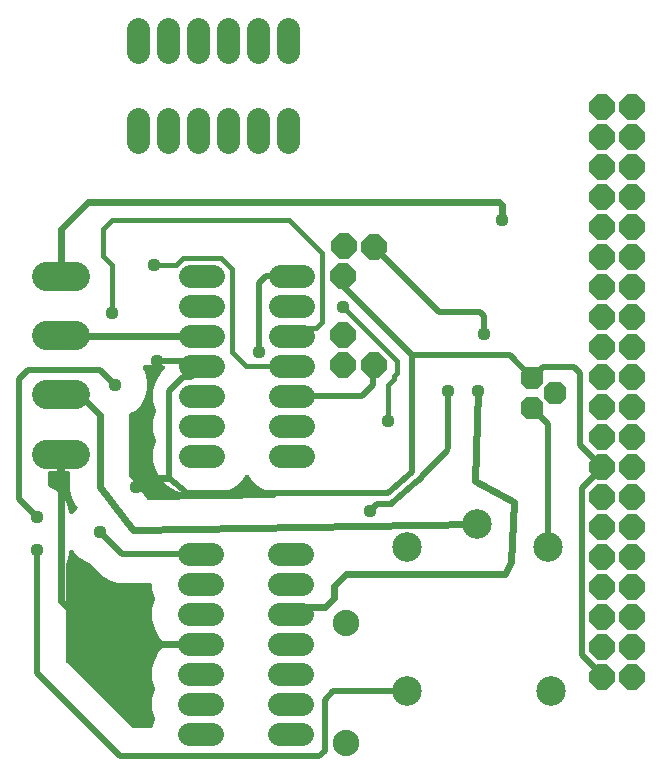
<source format=gbr>
G04 EAGLE Gerber RS-274X export*
G75*
%MOMM*%
%FSLAX34Y34*%
%LPD*%
%INBottom Copper*%
%IPPOS*%
%AMOC8*
5,1,8,0,0,1.08239X$1,22.5*%
G01*
%ADD10C,2.235200*%
%ADD11C,1.930400*%
%ADD12P,2.309387X8X292.500000*%
%ADD13P,2.309387X8X22.500000*%
%ADD14P,2.309387X8X112.500000*%
%ADD15P,2.309387X8X202.500000*%
%ADD16C,2.500000*%
%ADD17P,2.089446X8X292.500000*%
%ADD18C,2.438400*%
%ADD19C,0.609600*%
%ADD20C,1.112000*%
%ADD21C,0.508000*%
%ADD22C,0.406400*%

G36*
X124532Y238100D02*
X124532Y238100D01*
X124687Y238108D01*
X124732Y238120D01*
X124779Y238125D01*
X124927Y238170D01*
X125077Y238209D01*
X125119Y238229D01*
X125164Y238243D01*
X125300Y238317D01*
X125439Y238384D01*
X125477Y238412D01*
X125518Y238435D01*
X125637Y238534D01*
X125760Y238628D01*
X125791Y238663D01*
X125827Y238692D01*
X125924Y238813D01*
X126027Y238929D01*
X126050Y238970D01*
X126079Y239006D01*
X126150Y239143D01*
X126228Y239278D01*
X126246Y239328D01*
X126265Y239363D01*
X126289Y239446D01*
X126340Y239590D01*
X127702Y244674D01*
X127729Y244836D01*
X127761Y244997D01*
X127761Y245034D01*
X127767Y245072D01*
X127762Y245236D01*
X127762Y245399D01*
X127754Y245441D01*
X127753Y245474D01*
X127733Y245559D01*
X127702Y245726D01*
X125551Y253753D01*
X125551Y262047D01*
X127702Y270074D01*
X127715Y270153D01*
X127734Y270219D01*
X127740Y270293D01*
X127761Y270397D01*
X127761Y270434D01*
X127767Y270472D01*
X127764Y270578D01*
X127767Y270620D01*
X127762Y270667D01*
X127762Y270799D01*
X127754Y270841D01*
X127753Y270874D01*
X127733Y270959D01*
X127702Y271126D01*
X125551Y279153D01*
X125551Y287447D01*
X127698Y295457D01*
X131844Y302639D01*
X136469Y307264D01*
X136480Y307278D01*
X136493Y307289D01*
X136607Y307433D01*
X136724Y307575D01*
X136732Y307591D01*
X136743Y307605D01*
X136827Y307769D01*
X136912Y307931D01*
X136917Y307948D01*
X136925Y307964D01*
X136975Y308141D01*
X137027Y308317D01*
X137029Y308335D01*
X137033Y308352D01*
X137047Y308535D01*
X137063Y308718D01*
X137062Y308736D01*
X137063Y308753D01*
X137040Y308935D01*
X137020Y309118D01*
X137015Y309135D01*
X137012Y309153D01*
X136954Y309327D01*
X136899Y309502D01*
X136890Y309518D01*
X136884Y309534D01*
X136792Y309694D01*
X136704Y309854D01*
X136692Y309868D01*
X136683Y309883D01*
X136469Y310136D01*
X131844Y314761D01*
X127698Y321943D01*
X125551Y329953D01*
X125551Y338247D01*
X127702Y346274D01*
X127729Y346436D01*
X127761Y346597D01*
X127761Y346634D01*
X127767Y346672D01*
X127762Y346836D01*
X127762Y346999D01*
X127754Y347041D01*
X127753Y347074D01*
X127733Y347159D01*
X127702Y347326D01*
X125551Y355353D01*
X125551Y358484D01*
X125549Y358502D01*
X125551Y358520D01*
X125530Y358702D01*
X125511Y358885D01*
X125506Y358902D01*
X125504Y358919D01*
X125447Y359094D01*
X125393Y359270D01*
X125385Y359285D01*
X125379Y359302D01*
X125289Y359462D01*
X125201Y359624D01*
X125190Y359637D01*
X125181Y359653D01*
X125061Y359792D01*
X124944Y359933D01*
X124930Y359944D01*
X124918Y359958D01*
X124773Y360070D01*
X124630Y360185D01*
X124614Y360193D01*
X124600Y360204D01*
X124435Y360286D01*
X124273Y360371D01*
X124256Y360376D01*
X124240Y360384D01*
X124061Y360431D01*
X123886Y360482D01*
X123868Y360484D01*
X123851Y360488D01*
X123520Y360515D01*
X97030Y360515D01*
X90828Y362177D01*
X85267Y365387D01*
X80538Y370117D01*
X73313Y377341D01*
X73187Y377445D01*
X73064Y377554D01*
X73031Y377573D01*
X73002Y377597D01*
X72857Y377673D01*
X72715Y377755D01*
X72675Y377770D01*
X72646Y377785D01*
X72563Y377810D01*
X72403Y377867D01*
X70702Y378323D01*
X64453Y381931D01*
X59351Y387033D01*
X59135Y387407D01*
X59092Y387466D01*
X59057Y387531D01*
X58975Y387629D01*
X58900Y387734D01*
X58847Y387784D01*
X58800Y387840D01*
X58699Y387920D01*
X58606Y388008D01*
X58543Y388046D01*
X58486Y388092D01*
X58372Y388151D01*
X58262Y388219D01*
X58194Y388244D01*
X58129Y388278D01*
X58005Y388313D01*
X57885Y388358D01*
X57812Y388369D01*
X57742Y388389D01*
X57613Y388400D01*
X57487Y388419D01*
X57414Y388416D01*
X57340Y388422D01*
X57213Y388407D01*
X57085Y388401D01*
X57013Y388384D01*
X56941Y388375D01*
X56818Y388335D01*
X56694Y388304D01*
X56628Y388273D01*
X56558Y388250D01*
X56446Y388187D01*
X56330Y388132D01*
X56271Y388088D01*
X56207Y388052D01*
X56110Y387968D01*
X56007Y387892D01*
X55958Y387837D01*
X55902Y387789D01*
X55824Y387688D01*
X55738Y387592D01*
X55701Y387529D01*
X55656Y387471D01*
X55599Y387356D01*
X55533Y387245D01*
X55509Y387176D01*
X55476Y387111D01*
X55443Y386987D01*
X55401Y386865D01*
X55391Y386793D01*
X55372Y386722D01*
X55358Y386553D01*
X55346Y386466D01*
X55348Y386433D01*
X55345Y386391D01*
X55345Y385012D01*
X53477Y378042D01*
X52597Y376517D01*
X52529Y376368D01*
X52456Y376221D01*
X52447Y376185D01*
X52431Y376151D01*
X52395Y375991D01*
X52352Y375833D01*
X52348Y375790D01*
X52341Y375758D01*
X52339Y375671D01*
X52325Y375502D01*
X52325Y295422D01*
X52327Y295395D01*
X52325Y295369D01*
X52347Y295195D01*
X52365Y295021D01*
X52372Y294996D01*
X52376Y294969D01*
X52431Y294803D01*
X52483Y294636D01*
X52496Y294613D01*
X52504Y294587D01*
X52591Y294436D01*
X52675Y294282D01*
X52692Y294262D01*
X52705Y294239D01*
X52920Y293986D01*
X108226Y238680D01*
X108246Y238663D01*
X108264Y238642D01*
X108402Y238535D01*
X108537Y238425D01*
X108561Y238412D01*
X108582Y238396D01*
X108739Y238318D01*
X108893Y238236D01*
X108918Y238228D01*
X108942Y238216D01*
X109112Y238171D01*
X109279Y238121D01*
X109305Y238119D01*
X109331Y238112D01*
X109662Y238085D01*
X124378Y238085D01*
X124532Y238100D01*
G37*
G36*
X228923Y432795D02*
X228923Y432795D01*
X229042Y432809D01*
X229162Y432813D01*
X229242Y432832D01*
X229323Y432841D01*
X229437Y432879D01*
X229553Y432906D01*
X229628Y432941D01*
X229706Y432966D01*
X229810Y433025D01*
X229919Y433075D01*
X229985Y433124D01*
X230057Y433164D01*
X230147Y433242D01*
X230244Y433313D01*
X230299Y433374D01*
X230361Y433427D01*
X230435Y433522D01*
X230515Y433610D01*
X230558Y433680D01*
X230608Y433745D01*
X230661Y433853D01*
X230723Y433955D01*
X230751Y434033D01*
X230787Y434106D01*
X230818Y434221D01*
X230859Y434334D01*
X230871Y434416D01*
X230892Y434495D01*
X230900Y434614D01*
X230917Y434733D01*
X230913Y434815D01*
X230918Y434897D01*
X230902Y435015D01*
X230895Y435135D01*
X230875Y435214D01*
X230864Y435296D01*
X230825Y435409D01*
X230795Y435525D01*
X230759Y435598D01*
X230732Y435676D01*
X230672Y435779D01*
X230620Y435887D01*
X230570Y435952D01*
X230528Y436023D01*
X230449Y436113D01*
X230376Y436208D01*
X230315Y436262D01*
X230260Y436323D01*
X230164Y436395D01*
X230074Y436474D01*
X230003Y436515D01*
X229938Y436564D01*
X229830Y436616D01*
X229726Y436676D01*
X229635Y436708D01*
X229574Y436737D01*
X229507Y436754D01*
X229414Y436788D01*
X222091Y438750D01*
X214909Y442896D01*
X209044Y448761D01*
X207559Y451333D01*
X207474Y451452D01*
X207395Y451575D01*
X207357Y451615D01*
X207324Y451660D01*
X207217Y451760D01*
X207116Y451865D01*
X207070Y451897D01*
X207030Y451934D01*
X206905Y452011D01*
X206785Y452094D01*
X206734Y452116D01*
X206686Y452145D01*
X206549Y452195D01*
X206415Y452253D01*
X206361Y452265D01*
X206309Y452284D01*
X206164Y452306D01*
X206021Y452337D01*
X205965Y452337D01*
X205911Y452346D01*
X205765Y452339D01*
X205618Y452341D01*
X205564Y452330D01*
X205508Y452328D01*
X205367Y452292D01*
X205223Y452265D01*
X205172Y452244D01*
X205118Y452231D01*
X204985Y452168D01*
X204850Y452113D01*
X204804Y452082D01*
X204754Y452059D01*
X204636Y451971D01*
X204515Y451890D01*
X204475Y451851D01*
X204431Y451818D01*
X204333Y451709D01*
X204230Y451606D01*
X204194Y451554D01*
X204162Y451518D01*
X204119Y451446D01*
X204041Y451333D01*
X202556Y448761D01*
X196691Y442896D01*
X189509Y438750D01*
X181499Y436603D01*
X153901Y436603D01*
X145891Y438750D01*
X138709Y442896D01*
X132844Y448761D01*
X128698Y455943D01*
X126551Y463953D01*
X126551Y472247D01*
X128702Y480274D01*
X128729Y480436D01*
X128761Y480597D01*
X128761Y480634D01*
X128767Y480672D01*
X128762Y480836D01*
X128762Y480999D01*
X128754Y481041D01*
X128753Y481074D01*
X128733Y481159D01*
X128702Y481326D01*
X126551Y489353D01*
X126551Y497647D01*
X128702Y505674D01*
X128723Y505799D01*
X128736Y505844D01*
X128739Y505888D01*
X128761Y505997D01*
X128761Y506034D01*
X128767Y506072D01*
X128763Y506183D01*
X128769Y506245D01*
X128762Y506305D01*
X128762Y506399D01*
X128754Y506441D01*
X128753Y506474D01*
X128733Y506559D01*
X128730Y506572D01*
X128722Y506645D01*
X128711Y506678D01*
X128702Y506726D01*
X126551Y514753D01*
X126551Y523047D01*
X128698Y531057D01*
X132844Y538239D01*
X135945Y541340D01*
X135949Y541345D01*
X135953Y541349D01*
X135955Y541350D01*
X135957Y541352D01*
X136077Y541502D01*
X136200Y541651D01*
X136204Y541659D01*
X136209Y541666D01*
X136298Y541836D01*
X136388Y542007D01*
X136391Y542016D01*
X136395Y542023D01*
X136448Y542208D01*
X136503Y542393D01*
X136504Y542402D01*
X136506Y542410D01*
X136522Y542601D01*
X136539Y542794D01*
X136539Y542803D01*
X136539Y542812D01*
X136517Y543001D01*
X136496Y543194D01*
X136493Y543203D01*
X136492Y543211D01*
X136433Y543393D01*
X136375Y543578D01*
X136370Y543586D01*
X136367Y543594D01*
X136272Y543763D01*
X136180Y543930D01*
X136174Y543937D01*
X136170Y543945D01*
X136044Y544091D01*
X135919Y544237D01*
X135912Y544243D01*
X135906Y544250D01*
X135755Y544367D01*
X135603Y544487D01*
X135595Y544491D01*
X135588Y544496D01*
X135416Y544582D01*
X135244Y544669D01*
X135236Y544672D01*
X135228Y544676D01*
X135042Y544726D01*
X134857Y544777D01*
X134848Y544778D01*
X134839Y544780D01*
X134508Y544807D01*
X119624Y544807D01*
X119478Y544793D01*
X119332Y544786D01*
X119278Y544773D01*
X119223Y544767D01*
X119083Y544724D01*
X118941Y544689D01*
X118891Y544666D01*
X118838Y544649D01*
X118709Y544580D01*
X118577Y544517D01*
X118533Y544484D01*
X118484Y544457D01*
X118372Y544364D01*
X118254Y544277D01*
X118217Y544235D01*
X118175Y544200D01*
X118083Y544086D01*
X117985Y543977D01*
X117957Y543929D01*
X117922Y543886D01*
X117855Y543756D01*
X117781Y543630D01*
X117762Y543578D01*
X117737Y543529D01*
X117696Y543388D01*
X117648Y543250D01*
X117641Y543195D01*
X117625Y543142D01*
X117614Y542996D01*
X117594Y542851D01*
X117597Y542796D01*
X117593Y542740D01*
X117610Y542595D01*
X117619Y542449D01*
X117633Y542396D01*
X117640Y542341D01*
X117685Y542202D01*
X117723Y542060D01*
X117750Y542003D01*
X117764Y541958D01*
X117806Y541885D01*
X117864Y541760D01*
X119517Y538898D01*
X121385Y531928D01*
X121385Y524712D01*
X119517Y517742D01*
X115909Y511493D01*
X110807Y506391D01*
X107188Y504302D01*
X107114Y504248D01*
X107035Y504204D01*
X106951Y504131D01*
X106861Y504067D01*
X106799Y504000D01*
X106730Y503941D01*
X106663Y503853D01*
X106587Y503772D01*
X106539Y503694D01*
X106484Y503623D01*
X106434Y503523D01*
X106376Y503429D01*
X106345Y503344D01*
X106304Y503262D01*
X106276Y503155D01*
X106237Y503051D01*
X106224Y502961D01*
X106200Y502873D01*
X106189Y502736D01*
X106176Y502653D01*
X106178Y502606D01*
X106173Y502542D01*
X106173Y451304D01*
X106184Y451195D01*
X106184Y451086D01*
X106203Y450995D01*
X106213Y450903D01*
X106245Y450799D01*
X106267Y450692D01*
X106304Y450607D01*
X106331Y450518D01*
X106383Y450422D01*
X106426Y450322D01*
X106487Y450230D01*
X106523Y450164D01*
X106562Y450117D01*
X106609Y450046D01*
X121076Y431714D01*
X121189Y431597D01*
X121298Y431475D01*
X121329Y431452D01*
X121355Y431424D01*
X121490Y431331D01*
X121620Y431234D01*
X121655Y431217D01*
X121686Y431195D01*
X121837Y431131D01*
X121984Y431061D01*
X122021Y431051D01*
X122056Y431036D01*
X122216Y431003D01*
X122375Y430963D01*
X122418Y430960D01*
X122450Y430953D01*
X122537Y430952D01*
X122706Y430942D01*
X228923Y432795D01*
G37*
G36*
X57385Y419023D02*
X57385Y419023D01*
X57394Y419023D01*
X57584Y419059D01*
X57772Y419093D01*
X57781Y419096D01*
X57789Y419098D01*
X57968Y419171D01*
X58147Y419242D01*
X58154Y419247D01*
X58162Y419250D01*
X58322Y419356D01*
X58484Y419462D01*
X58490Y419468D01*
X58498Y419473D01*
X58633Y419608D01*
X58771Y419743D01*
X58776Y419751D01*
X58783Y419757D01*
X58972Y420030D01*
X59351Y420687D01*
X61914Y423250D01*
X61925Y423264D01*
X61939Y423275D01*
X62053Y423420D01*
X62169Y423561D01*
X62177Y423577D01*
X62188Y423591D01*
X62272Y423755D01*
X62358Y423917D01*
X62363Y423934D01*
X62371Y423950D01*
X62420Y424127D01*
X62472Y424303D01*
X62474Y424321D01*
X62479Y424338D01*
X62492Y424521D01*
X62509Y424704D01*
X62507Y424722D01*
X62508Y424740D01*
X62485Y424921D01*
X62465Y425104D01*
X62460Y425121D01*
X62458Y425139D01*
X62399Y425312D01*
X62344Y425488D01*
X62335Y425504D01*
X62329Y425521D01*
X62237Y425680D01*
X62149Y425840D01*
X62137Y425854D01*
X62128Y425870D01*
X61914Y426123D01*
X61361Y426675D01*
X60697Y427826D01*
X60652Y427888D01*
X60532Y428069D01*
X59709Y429112D01*
X59039Y430670D01*
X58997Y430746D01*
X58932Y430883D01*
X58084Y432352D01*
X57740Y433635D01*
X57713Y433707D01*
X57644Y433912D01*
X57119Y435133D01*
X56874Y436811D01*
X56853Y436895D01*
X56826Y437044D01*
X56387Y438683D01*
X56387Y440011D01*
X56380Y440088D01*
X56366Y440304D01*
X56175Y441619D01*
X56373Y443303D01*
X56375Y443390D01*
X56387Y443541D01*
X56387Y453352D01*
X56385Y453370D01*
X56387Y453388D01*
X56366Y453570D01*
X56347Y453753D01*
X56342Y453770D01*
X56340Y453787D01*
X56283Y453962D01*
X56229Y454138D01*
X56221Y454153D01*
X56215Y454170D01*
X56125Y454330D01*
X56037Y454492D01*
X56026Y454505D01*
X56017Y454521D01*
X55897Y454660D01*
X55780Y454801D01*
X55766Y454812D01*
X55754Y454826D01*
X55609Y454938D01*
X55466Y455053D01*
X55450Y455061D01*
X55436Y455072D01*
X55271Y455154D01*
X55109Y455239D01*
X55092Y455244D01*
X55076Y455252D01*
X54897Y455299D01*
X54722Y455350D01*
X54704Y455352D01*
X54687Y455356D01*
X54356Y455383D01*
X51561Y455383D01*
X51561Y468846D01*
X51559Y468864D01*
X51561Y468881D01*
X51540Y469064D01*
X51521Y469246D01*
X51516Y469263D01*
X51514Y469281D01*
X51457Y469456D01*
X51403Y469631D01*
X51395Y469647D01*
X51389Y469664D01*
X51299Y469824D01*
X51211Y469985D01*
X51200Y469999D01*
X51191Y470015D01*
X51071Y470154D01*
X50954Y470295D01*
X50940Y470306D01*
X50928Y470319D01*
X50783Y470432D01*
X50640Y470547D01*
X50624Y470555D01*
X50610Y470566D01*
X50445Y470648D01*
X50283Y470732D01*
X50266Y470737D01*
X50250Y470745D01*
X50071Y470793D01*
X49896Y470844D01*
X49878Y470845D01*
X49861Y470850D01*
X49530Y470877D01*
X46990Y470877D01*
X46972Y470875D01*
X46954Y470877D01*
X46772Y470855D01*
X46589Y470837D01*
X46572Y470832D01*
X46555Y470830D01*
X46380Y470773D01*
X46204Y470719D01*
X46189Y470711D01*
X46172Y470705D01*
X46012Y470615D01*
X45850Y470527D01*
X45837Y470516D01*
X45821Y470507D01*
X45682Y470387D01*
X45541Y470269D01*
X45530Y470256D01*
X45516Y470244D01*
X45404Y470099D01*
X45289Y469956D01*
X45281Y469940D01*
X45270Y469926D01*
X45188Y469761D01*
X45103Y469598D01*
X45098Y469581D01*
X45090Y469565D01*
X45042Y469387D01*
X44992Y469212D01*
X44990Y469194D01*
X44986Y469177D01*
X44959Y468846D01*
X44959Y455383D01*
X39116Y455383D01*
X39098Y455381D01*
X39080Y455383D01*
X38898Y455362D01*
X38715Y455343D01*
X38698Y455338D01*
X38681Y455336D01*
X38506Y455279D01*
X38330Y455225D01*
X38315Y455217D01*
X38298Y455211D01*
X38138Y455121D01*
X37976Y455033D01*
X37963Y455022D01*
X37947Y455013D01*
X37808Y454893D01*
X37667Y454776D01*
X37656Y454762D01*
X37642Y454750D01*
X37530Y454605D01*
X37415Y454462D01*
X37407Y454446D01*
X37396Y454432D01*
X37314Y454267D01*
X37229Y454105D01*
X37224Y454088D01*
X37216Y454072D01*
X37169Y453893D01*
X37118Y453718D01*
X37116Y453700D01*
X37112Y453683D01*
X37085Y453352D01*
X37085Y444040D01*
X37100Y443886D01*
X37108Y443731D01*
X37120Y443685D01*
X37125Y443639D01*
X37170Y443491D01*
X37209Y443341D01*
X37229Y443299D01*
X37243Y443254D01*
X37317Y443118D01*
X37384Y442978D01*
X37412Y442941D01*
X37435Y442900D01*
X37534Y442781D01*
X37628Y442658D01*
X37663Y442627D01*
X37692Y442591D01*
X37813Y442494D01*
X37929Y442391D01*
X37970Y442368D01*
X38006Y442339D01*
X38143Y442267D01*
X38278Y442190D01*
X38327Y442172D01*
X38363Y442153D01*
X38446Y442129D01*
X38488Y442114D01*
X44767Y438489D01*
X49869Y433387D01*
X53477Y427138D01*
X55250Y420520D01*
X55254Y420512D01*
X55255Y420503D01*
X55325Y420322D01*
X55393Y420143D01*
X55397Y420136D01*
X55401Y420127D01*
X55504Y419965D01*
X55606Y419802D01*
X55612Y419796D01*
X55617Y419788D01*
X55750Y419650D01*
X55883Y419510D01*
X55891Y419505D01*
X55897Y419498D01*
X56054Y419389D01*
X56212Y419278D01*
X56220Y419274D01*
X56228Y419269D01*
X56405Y419193D01*
X56581Y419115D01*
X56589Y419113D01*
X56597Y419110D01*
X56786Y419070D01*
X56974Y419028D01*
X56983Y419028D01*
X56991Y419026D01*
X57184Y419025D01*
X57376Y419021D01*
X57385Y419023D01*
G37*
D10*
X290000Y225200D03*
X290000Y326800D03*
D11*
X253552Y468100D02*
X234248Y468100D01*
X234248Y493500D02*
X253552Y493500D01*
X253552Y620500D02*
X234248Y620500D01*
X177352Y620500D02*
X158048Y620500D01*
X234248Y518900D02*
X253552Y518900D01*
X253552Y544300D02*
X234248Y544300D01*
X234248Y595100D02*
X253552Y595100D01*
X253552Y569700D02*
X234248Y569700D01*
X177352Y595100D02*
X158048Y595100D01*
X158048Y569700D02*
X177352Y569700D01*
X177352Y544300D02*
X158048Y544300D01*
X158048Y518900D02*
X177352Y518900D01*
X177352Y493500D02*
X158048Y493500D01*
X158048Y468100D02*
X177352Y468100D01*
X233248Y232500D02*
X252552Y232500D01*
X252552Y257900D02*
X233248Y257900D01*
X233248Y384900D02*
X252552Y384900D01*
X176352Y384900D02*
X157048Y384900D01*
X233248Y283300D02*
X252552Y283300D01*
X252552Y308700D02*
X233248Y308700D01*
X233248Y359500D02*
X252552Y359500D01*
X252552Y334100D02*
X233248Y334100D01*
X176352Y359500D02*
X157048Y359500D01*
X157048Y334100D02*
X176352Y334100D01*
X176352Y308700D02*
X157048Y308700D01*
X157048Y283300D02*
X176352Y283300D01*
X176352Y257900D02*
X157048Y257900D01*
X157048Y232500D02*
X176352Y232500D01*
D12*
X531900Y763800D03*
X531900Y738400D03*
X531900Y713000D03*
X531900Y687600D03*
X531900Y662200D03*
X531900Y636800D03*
X531900Y611400D03*
X531900Y586000D03*
X531900Y560600D03*
X531900Y535200D03*
X531900Y509800D03*
X531900Y484400D03*
X531900Y459000D03*
X531900Y433600D03*
X531900Y408200D03*
X531900Y382800D03*
X531900Y357400D03*
X531900Y332000D03*
X531900Y306600D03*
X506500Y763800D03*
X506500Y738400D03*
X506500Y713000D03*
X506500Y687600D03*
X506500Y662200D03*
X506500Y636800D03*
X506500Y611400D03*
X506500Y586000D03*
X506500Y560600D03*
X506500Y535200D03*
X506500Y509800D03*
X506500Y484400D03*
X506500Y459000D03*
X506500Y433600D03*
X506500Y408200D03*
X506500Y382800D03*
X506500Y357400D03*
X506500Y332000D03*
X506500Y306600D03*
X531900Y281200D03*
X506500Y281200D03*
D13*
X313100Y544890D03*
D14*
X287540Y570290D03*
D15*
X313100Y644980D03*
D16*
X401000Y410900D03*
X341000Y390900D03*
X461000Y390900D03*
X463000Y268900D03*
X341000Y268900D03*
D17*
X447472Y534516D03*
X466522Y521816D03*
X447472Y509116D03*
D11*
X113800Y733768D02*
X113800Y753072D01*
X139200Y753072D02*
X139200Y733768D01*
X240800Y809968D02*
X240800Y829272D01*
X215400Y829272D02*
X215400Y809968D01*
X164600Y753072D02*
X164600Y733768D01*
X190000Y733768D02*
X190000Y753072D01*
X240800Y753072D02*
X240800Y733768D01*
X215400Y733768D02*
X215400Y753072D01*
X190000Y809968D02*
X190000Y829272D01*
X164600Y829272D02*
X164600Y809968D01*
X139200Y809968D02*
X139200Y829272D01*
X113800Y829272D02*
X113800Y809968D01*
D18*
X60452Y470116D02*
X36068Y470116D01*
X36068Y520408D02*
X60452Y520408D01*
X60452Y570192D02*
X36068Y570192D01*
X36068Y620484D02*
X60452Y620484D01*
D13*
X287540Y544890D03*
D14*
X288020Y645540D03*
D13*
X287540Y620580D03*
D19*
X249160Y340360D02*
X242900Y334100D01*
X249160Y340360D02*
X271780Y340360D01*
X279400Y347980D01*
X279400Y358140D01*
X289560Y368300D01*
X424180Y368300D01*
X429260Y378460D01*
X431800Y429260D01*
X398780Y447040D01*
X401320Y523240D01*
D20*
X401320Y523240D03*
X421640Y668020D03*
D19*
X421640Y680720D02*
X419100Y683260D01*
X71120Y683260D01*
X48260Y660400D02*
X48260Y620484D01*
X421640Y668020D02*
X421640Y680720D01*
X71120Y683260D02*
X48260Y660400D01*
X109800Y405820D02*
X401000Y410900D01*
X81280Y441960D02*
X81280Y502920D01*
D21*
X63792Y520408D01*
X48260Y520408D01*
D19*
X81280Y441960D02*
X109800Y405820D01*
X48260Y345440D02*
X48260Y470116D01*
X85000Y308700D02*
X166700Y308700D01*
X85000Y308700D02*
X48260Y345440D01*
D21*
X158302Y534902D02*
X167700Y544300D01*
X158302Y534902D02*
X151420Y534902D01*
X139700Y523182D01*
X139700Y449580D01*
X154940Y436880D01*
X325120Y436880D01*
X345440Y454660D01*
X345440Y553720D01*
X287540Y611620D02*
X287540Y620580D01*
X287540Y611620D02*
X345440Y553720D01*
X428268Y553720D02*
X447472Y534516D01*
X428268Y553720D02*
X345440Y553720D01*
X487680Y477820D02*
X506500Y459000D01*
X487680Y538480D02*
X482600Y543560D01*
X456516Y543560D02*
X447472Y534516D01*
X487680Y538480D02*
X487680Y477820D01*
X482600Y543560D02*
X456516Y543560D01*
D20*
X111760Y441960D03*
D19*
X119380Y449580D01*
X139700Y449580D01*
D20*
X129540Y548640D03*
D21*
X149860Y548640D01*
X152400Y546100D01*
X165900Y546100D01*
X167700Y544300D01*
X506500Y459000D02*
X506500Y457667D01*
X506500Y282533D02*
X506500Y281200D01*
X489482Y440649D02*
X506500Y457667D01*
X489482Y440649D02*
X489482Y299551D01*
X506500Y282533D01*
D19*
X167700Y569700D02*
X48752Y569700D01*
X48260Y570192D01*
D21*
X313100Y644980D02*
X368300Y589780D01*
D20*
X309880Y421640D03*
D21*
X351517Y448165D02*
X354065Y450394D01*
X354088Y450736D01*
X316005Y427765D02*
X309880Y421640D01*
X328545Y427765D02*
X328802Y427990D01*
X349122Y445770D01*
X328545Y427765D02*
X316005Y427765D01*
X349122Y445770D02*
X351517Y448165D01*
X375920Y475722D02*
X375920Y523240D01*
X375920Y475722D02*
X375695Y472342D01*
X354088Y450736D01*
D20*
X375920Y523240D03*
X406400Y571500D03*
D21*
X406400Y586740D01*
X403360Y589780D02*
X368300Y589780D01*
X403360Y589780D02*
X406400Y586740D01*
X313100Y544890D02*
X312420Y544210D01*
X312420Y528320D01*
X303000Y518900D01*
X243900Y518900D01*
X461000Y495588D02*
X461000Y390900D01*
X461000Y495588D02*
X447472Y509116D01*
X243900Y620500D02*
X221720Y620500D01*
X215900Y614680D02*
X215900Y556260D01*
X215900Y614680D02*
X221720Y620500D01*
D20*
X215900Y556260D03*
X325120Y497840D03*
D22*
X325120Y528320D01*
X330200Y533400D01*
X330200Y535940D01*
X332740Y538480D01*
X332740Y548599D01*
X287020Y594319D02*
X287020Y594360D01*
X287020Y594319D02*
X332740Y548599D01*
D20*
X287020Y594360D03*
D22*
X250780Y576580D02*
X243900Y569700D01*
X250780Y576580D02*
X264160Y576580D01*
X269240Y581660D01*
X269240Y640080D02*
X241300Y668020D01*
X91440Y668020D01*
X83820Y660400D01*
X83820Y637540D01*
X91440Y629920D01*
X91440Y589280D01*
X269240Y581660D02*
X269240Y640080D01*
D20*
X91440Y589280D03*
D21*
X279060Y268900D02*
X341000Y268900D01*
X279060Y268900D02*
X271780Y261620D01*
X271780Y218440D01*
X267040Y213700D01*
X27940Y284480D02*
X27940Y388620D01*
X98720Y213700D02*
X267040Y213700D01*
X98720Y213700D02*
X27940Y284480D01*
D20*
X27940Y388620D03*
X93980Y528320D03*
D21*
X81280Y541020D01*
X20320Y541020D01*
X12700Y533400D01*
X12700Y431800D02*
X27940Y416560D01*
X12700Y431800D02*
X12700Y533400D01*
D20*
X27940Y416560D03*
X81280Y403860D03*
D21*
X100240Y384900D01*
X166700Y384900D01*
D20*
X127000Y629920D03*
D22*
X151630Y635994D02*
X183770Y635994D01*
X145556Y629920D02*
X127000Y629920D01*
X145556Y629920D02*
X151630Y635994D01*
X183770Y635994D02*
X193040Y626724D01*
X193040Y556260D01*
X205000Y544300D01*
X243900Y544300D01*
M02*

</source>
